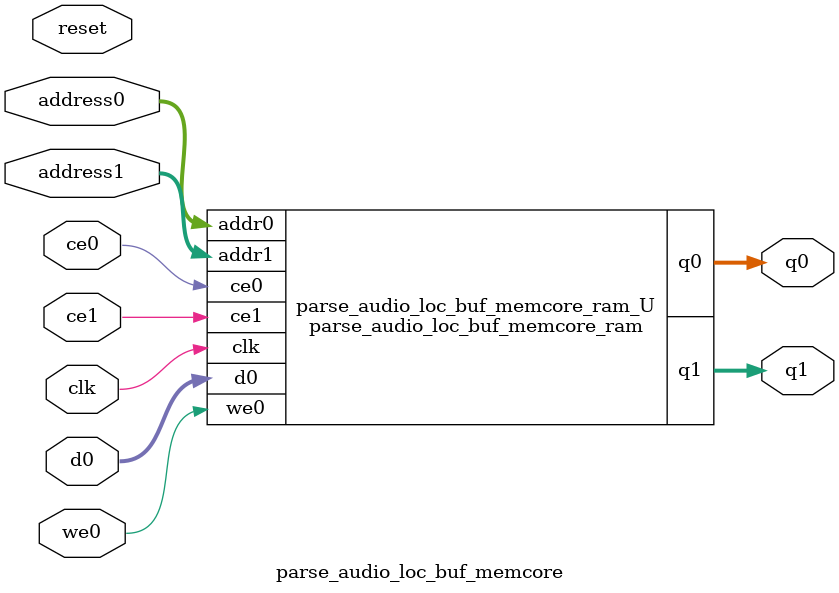
<source format=v>

`timescale 1 ns / 1 ps
module parse_audio_loc_buf_memcore_ram (addr0, ce0, d0, we0, q0, addr1, ce1, q1,  clk);

parameter DWIDTH = 32;
parameter AWIDTH = 4;
parameter MEM_SIZE = 12;

input[AWIDTH-1:0] addr0;
input ce0;
input[DWIDTH-1:0] d0;
input we0;
output reg[DWIDTH-1:0] q0;
input[AWIDTH-1:0] addr1;
input ce1;
output reg[DWIDTH-1:0] q1;
input clk;

(* ram_style = "distributed" *)reg [DWIDTH-1:0] ram[MEM_SIZE-1:0];




always @(posedge clk)  
begin 
    if (ce0) 
    begin
        if (we0) 
        begin 
            ram[addr0] <= d0; 
            q0 <= d0;
        end 
        else 
            q0 <= ram[addr0];
    end
end


always @(posedge clk)  
begin 
    if (ce1) 
    begin
            q1 <= ram[addr1];
    end
end


endmodule


`timescale 1 ns / 1 ps
module parse_audio_loc_buf_memcore(
    reset,
    clk,
    address0,
    ce0,
    we0,
    d0,
    q0,
    address1,
    ce1,
    q1);

parameter DataWidth = 32'd32;
parameter AddressRange = 32'd12;
parameter AddressWidth = 32'd4;
input reset;
input clk;
input[AddressWidth - 1:0] address0;
input ce0;
input we0;
input[DataWidth - 1:0] d0;
output[DataWidth - 1:0] q0;
input[AddressWidth - 1:0] address1;
input ce1;
output[DataWidth - 1:0] q1;



parse_audio_loc_buf_memcore_ram parse_audio_loc_buf_memcore_ram_U(
    .clk( clk ),
    .addr0( address0 ),
    .ce0( ce0 ),
    .d0( d0 ),
    .we0( we0 ),
    .q0( q0 ),
    .addr1( address1 ),
    .ce1( ce1 ),
    .q1( q1 ));

endmodule


</source>
